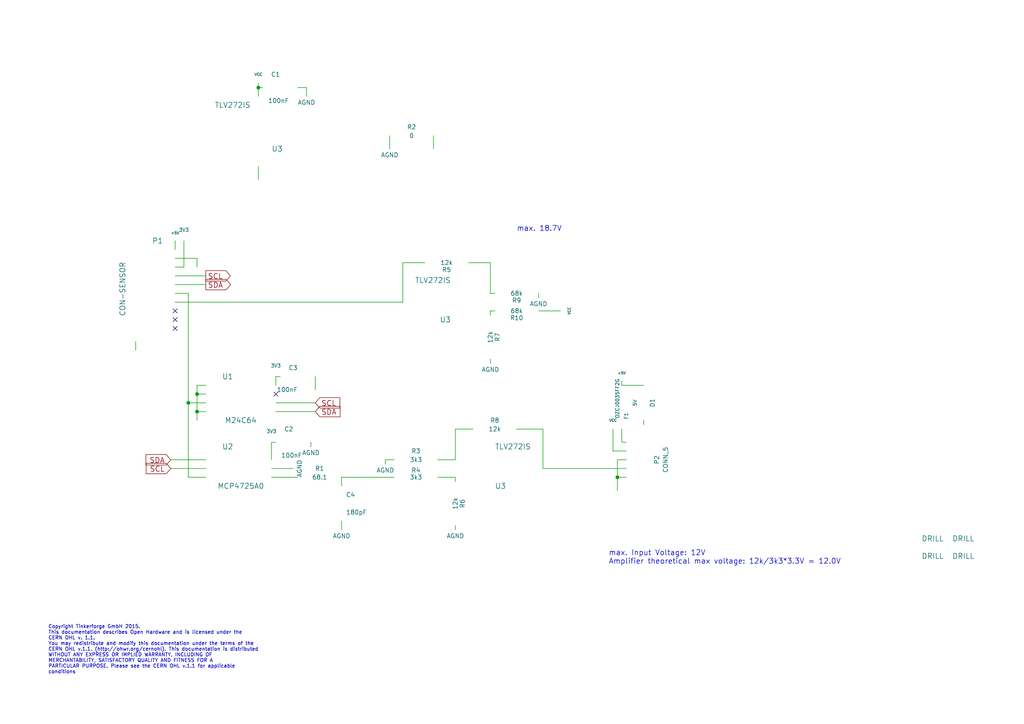
<source format=kicad_sch>
(kicad_sch (version 20230121) (generator eeschema)
  (paper "A4")
  (title_block (title "Analog Out Bricklet") (date "20 Feb 2015") (rev "2.0") (company "Tinkerforge GmbH") (comment 1 "Licensed under CERN OHL v.1.1") (comment 2 "Copyright (©) 2015, B.Nordmeyer <bastian@tinkerforge.com>"))
  (lib_symbols)
  (junction (at 57.15 119.38))
  (junction (at 54.61 116.84))
  (junction (at 57.15 114.3))
  (junction (at 179.07 138.43))
  (junction (at 74.93 25.4))
  (no_connect (at 50.8 95.25))
  (no_connect (at 50.8 90.17))
  (no_connect (at 50.8 92.71))
  (no_connect (at 80.01 114.3))
  (wire (pts (xy 99.06 140.97) (xy 99.06 138.43)))
  (wire (pts (xy 80.01 119.38) (xy 91.44 119.38)))
  (wire (pts (xy 135.89 76.2) (xy 142.24 76.2)))
  (wire (pts (xy 127 133.35) (xy 132.08 133.35)))
  (wire (pts (xy 179.07 138.43) (xy 179.07 142.24)))
  (wire (pts (xy 132.08 153.67) (xy 132.08 152.4)))
  (wire (pts (xy 142.24 90.17) (xy 142.24 91.44)))
  (wire (pts (xy 177.8 130.81) (xy 181.61 130.81)))
  (wire (pts (xy 54.61 138.43) (xy 59.69 138.43)))
  (wire (pts (xy 88.9 25.4) (xy 88.9 27.94)))
  (wire (pts (xy 156.21 90.17) (xy 162.56 90.17)))
  (wire (pts (xy 80.01 111.76) (xy 80.01 109.22)))
  (wire (pts (xy 50.8 85.09) (xy 54.61 85.09)))
  (wire (pts (xy 157.48 135.89) (xy 181.61 135.89)))
  (wire (pts (xy 181.61 138.43) (xy 179.07 138.43)))
  (wire (pts (xy 74.93 25.4) (xy 74.93 24.13)))
  (wire (pts (xy 86.36 25.4) (xy 88.9 25.4)))
  (wire (pts (xy 57.15 119.38) (xy 57.15 114.3)))
  (wire (pts (xy 39.37 101.6) (xy 39.37 99.06)))
  (wire (pts (xy 99.06 138.43) (xy 114.3 138.43)))
  (wire (pts (xy 123.19 76.2) (xy 116.84 76.2)))
  (wire (pts (xy 78.74 128.27) (xy 80.01 128.27)))
  (wire (pts (xy 111.76 133.35) (xy 111.76 134.62)))
  (wire (pts (xy 57.15 114.3) (xy 59.69 114.3)))
  (wire (pts (xy 142.24 105.41) (xy 142.24 104.14)))
  (wire (pts (xy 180.34 124.46) (xy 180.34 128.27)))
  (wire (pts (xy 116.84 87.63) (xy 50.8 87.63)))
  (wire (pts (xy 157.48 124.46) (xy 157.48 135.89)))
  (wire (pts (xy 78.74 138.43) (xy 86.36 138.43)))
  (wire (pts (xy 54.61 116.84) (xy 59.69 116.84)))
  (wire (pts (xy 59.69 133.35) (xy 49.53 133.35)))
  (wire (pts (xy 149.86 124.46) (xy 157.48 124.46)))
  (wire (pts (xy 125.73 43.18) (xy 125.73 39.37)))
  (wire (pts (xy 142.24 76.2) (xy 142.24 85.09)))
  (wire (pts (xy 50.8 72.39) (xy 50.8 69.85)))
  (wire (pts (xy 99.06 153.67) (xy 99.06 151.13)))
  (wire (pts (xy 91.44 113.03) (xy 91.44 109.22)))
  (wire (pts (xy 49.53 135.89) (xy 59.69 135.89)))
  (wire (pts (xy 180.34 128.27) (xy 181.61 128.27)))
  (wire (pts (xy 132.08 124.46) (xy 137.16 124.46)))
  (wire (pts (xy 57.15 74.93) (xy 57.15 77.47)))
  (wire (pts (xy 74.93 48.26) (xy 74.93 52.07)))
  (wire (pts (xy 78.74 128.27) (xy 78.74 133.35)))
  (wire (pts (xy 132.08 133.35) (xy 132.08 124.46)))
  (wire (pts (xy 142.24 85.09) (xy 143.51 85.09)))
  (wire (pts (xy 116.84 76.2) (xy 116.84 87.63)))
  (wire (pts (xy 80.01 109.22) (xy 81.28 109.22)))
  (wire (pts (xy 181.61 133.35) (xy 179.07 133.35)))
  (wire (pts (xy 78.74 135.89) (xy 85.09 135.89)))
  (wire (pts (xy 114.3 133.35) (xy 111.76 133.35)))
  (wire (pts (xy 57.15 74.93) (xy 50.8 74.93)))
  (wire (pts (xy 53.34 77.47) (xy 53.34 69.85)))
  (wire (pts (xy 50.8 82.55) (xy 59.69 82.55)))
  (wire (pts (xy 76.2 25.4) (xy 74.93 25.4)))
  (wire (pts (xy 142.24 90.17) (xy 143.51 90.17)))
  (wire (pts (xy 54.61 85.09) (xy 54.61 116.84)))
  (wire (pts (xy 180.34 111.76) (xy 180.34 110.49)))
  (wire (pts (xy 127 138.43) (xy 132.08 138.43)))
  (wire (pts (xy 50.8 80.01) (xy 59.69 80.01)))
  (wire (pts (xy 57.15 119.38) (xy 59.69 119.38)))
  (wire (pts (xy 57.15 114.3) (xy 57.15 111.76)))
  (wire (pts (xy 156.21 86.36) (xy 156.21 85.09)))
  (wire (pts (xy 113.03 43.18) (xy 113.03 39.37)))
  (wire (pts (xy 57.15 111.76) (xy 59.69 111.76)))
  (wire (pts (xy 80.01 116.84) (xy 91.44 116.84)))
  (wire (pts (xy 54.61 116.84) (xy 54.61 138.43)))
  (wire (pts (xy 132.08 138.43) (xy 132.08 139.7)))
  (wire (pts (xy 74.93 27.94) (xy 74.93 25.4)))
  (wire (pts (xy 50.8 77.47) (xy 53.34 77.47)))
  (wire (pts (xy 179.07 133.35) (xy 179.07 138.43)))
  (wire (pts (xy 186.69 123.19) (xy 186.69 121.92)))
  (wire (pts (xy 90.17 128.27) (xy 90.17 129.54)))
  (wire (pts (xy 180.34 111.76) (xy 186.69 111.76)))
  (wire (pts (xy 177.8 124.46) (xy 177.8 130.81)))
  (wire (pts (xy 57.15 121.92) (xy 57.15 119.38)))
  (text "max. Input Voltage: 12V\nAmplifier theoretical max voltage: 12k/3k3*3.3V = 12.0V" (at 176.53 163.83 0) (effects (font (size 1.524 1.524)) (justify left bottom)))
  (text "Copyright Tinkerforge GmbH 2015.\nThis documentation describes Open Hardware and is licensed under the\nCERN OHL v. 1.1.\nYou may redistribute and modify this documentation under the terms of the\nCERN OHL v.1.1. (http://ohwr.org/cernohl). This documentation is distributed\nWITHOUT ANY EXPRESS OR IMPLIED WARRANTY, INCLUDING OF\nMERCHANTABILITY, SATISFACTORY QUALITY AND FITNESS FOR A\nPARTICULAR PURPOSE. Please see the CERN OHL v.1.1 for applicable\nconditions\n" (at 13.97 195.58 0) (effects (font (size 1.016 1.016)) (justify left bottom)))
  (text "max. 18.7V" (at 149.86 67.31 0) (effects (font (size 1.524 1.524)) (justify left bottom)))
  (global_label "SCL" (shape output) (at 59.69 80.01 0) (effects (font (size 1.524 1.524))) (property "Intersheetrefs" "${INTERSHEET_REFS}" (effects hide)))
  (global_label "SDA" (shape input) (at 91.44 119.38 0) (effects (font (size 1.524 1.524))) (property "Intersheetrefs" "${INTERSHEET_REFS}" (effects hide)))
  (global_label "SCL" (shape input) (at 49.53 135.89 180) (effects (font (size 1.524 1.524))) (property "Intersheetrefs" "${INTERSHEET_REFS}" (effects hide)))
  (global_label "SDA" (shape input) (at 49.53 133.35 180) (effects (font (size 1.524 1.524))) (property "Intersheetrefs" "${INTERSHEET_REFS}" (effects hide)))
  (global_label "SDA" (shape output) (at 59.69 82.55 0) (effects (font (size 1.524 1.524))) (property "Intersheetrefs" "${INTERSHEET_REFS}" (effects hide)))
  (global_label "SCL" (shape input) (at 91.44 116.84 0) (effects (font (size 1.524 1.524))) (property "Intersheetrefs" "${INTERSHEET_REFS}" (effects hide)))
  (symbol (lib_id "CON-SENSOR") (at 39.37 83.82 0) (mirror y) (unit 1)
    (property "Reference" "P1" (at 45.72 69.85 0) (effects (font (size 1.524 1.524))))
    (property "Value" "CON-SENSOR" (at 35.56 83.82 90) (effects (font (size 1.524 1.524))))
    (property "Footprint" "kicad-libraries:CON-SENSOR" (effects hide))
  )
  (symbol (lib_id "GND") (at 39.37 101.6 0) (unit 1)
    (property "Reference" "#PWR07" (effects hide))
    (property "Value" "GND" (effects hide))
  )
  (symbol (lib_id "GND") (at 57.15 77.47 0) (unit 1)
    (property "Reference" "#PWR06" (effects hide))
    (property "Value" "GND" (effects hide))
  )
  (symbol (lib_id "VCC") (at 162.56 90.17 270) (unit 1)
    (property "Reference" "#PWR020" (effects hide))
    (property "Value" "VCC" (at 165.1 90.17 0) (effects (font (size 0.762 0.762))))
  )
  (symbol (lib_id "CAT24C") (at 69.85 121.92 0) (unit 1)
    (property "Reference" "U1" (at 66.04 109.22 0) (effects (font (size 1.524 1.524))))
    (property "Value" "M24C64" (at 69.85 121.92 0) (effects (font (size 1.524 1.524))))
    (property "Footprint" "kicad-libraries:SOIC8" (effects hide))
  )
  (symbol (lib_id "GND") (at 57.15 121.92 0) (unit 1)
    (property "Reference" "#PWR05" (effects hide))
    (property "Value" "GND" (effects hide))
  )
  (symbol (lib_id "VCC") (at 74.93 24.13 0) (unit 1)
    (property "Reference" "#PWR04" (effects hide))
    (property "Value" "VCC" (at 74.93 21.59 0) (effects (font (size 0.762 0.762))))
  )
  (symbol (lib_id "C") (at 86.36 109.22 90) (unit 1)
    (property "Reference" "C3" (at 86.36 106.68 90) (effects (justify left)))
    (property "Value" "100nF" (at 86.36 113.03 90) (effects (justify left)))
    (property "Footprint" "kicad-libraries:C0603" (effects hide))
  )
  (symbol (lib_id "DRILL") (at 279.4 156.21 0) (unit 1)
    (property "Reference" "U6" (effects hide))
    (property "Value" "DRILL" (at 279.4 156.21 0) (effects (font (size 1.524 1.524))))
    (property "Footprint" "kicad-libraries:DRILL_NP" (effects hide))
  )
  (symbol (lib_id "DRILL") (at 279.4 161.29 0) (unit 1)
    (property "Reference" "U7" (effects hide))
    (property "Value" "DRILL" (at 279.4 161.29 0) (effects (font (size 1.524 1.524))))
    (property "Footprint" "kicad-libraries:DRILL_NP" (effects hide))
  )
  (symbol (lib_id "DRILL") (at 270.51 161.29 0) (unit 1)
    (property "Reference" "U5" (effects hide))
    (property "Value" "DRILL" (at 270.51 161.29 0) (effects (font (size 1.524 1.524))))
    (property "Footprint" "kicad-libraries:DRILL_NP" (effects hide))
  )
  (symbol (lib_id "DRILL") (at 270.51 156.21 0) (unit 1)
    (property "Reference" "U4" (effects hide))
    (property "Value" "DRILL" (at 270.51 156.21 0) (effects (font (size 1.524 1.524))))
    (property "Footprint" "kicad-libraries:DRILL_NP" (effects hide))
  )
  (symbol (lib_id "GND") (at 91.44 113.03 0) (unit 1)
    (property "Reference" "#PWR03" (effects hide))
    (property "Value" "GND" (effects hide))
  )
  (symbol (lib_id "VCC") (at 177.8 124.46 0) (mirror y) (unit 1)
    (property "Reference" "#PWR02" (effects hide))
    (property "Value" "VCC" (at 177.8 121.92 0) (effects (font (size 0.762 0.762))))
  )
  (symbol (lib_id "+5V") (at 50.8 69.85 0) (unit 1)
    (property "Reference" "#PWR01" (effects hide))
    (property "Value" "+5V" (at 50.8 67.564 0) (effects (font (size 0.762 0.762))))
  )
  (symbol (lib_id "MCP4725") (at 69.85 135.89 0) (unit 1)
    (property "Reference" "U2" (at 66.04 129.54 0) (effects (font (size 1.524 1.524))))
    (property "Value" "MCP4725A0" (at 69.85 140.97 0) (effects (font (size 1.524 1.524))))
    (property "Footprint" "kicad-libraries:SOT23-6" (effects hide))
  )
  (symbol (lib_id "C") (at 85.09 128.27 90) (unit 1)
    (property "Reference" "C2" (at 85.09 124.46 90) (effects (justify left)))
    (property "Value" "100nF" (at 87.63 132.08 90) (effects (justify left)))
    (property "Footprint" "kicad-libraries:C0603" (effects hide))
  )
  (symbol (lib_id "R") (at 149.86 90.17 270) (unit 1)
    (property "Reference" "R10" (at 149.86 92.202 90))
    (property "Value" "68k" (at 149.86 90.17 90))
    (property "Footprint" "kicad-libraries:R0603" (effects hide))
  )
  (symbol (lib_id "R") (at 142.24 97.79 0) (unit 1)
    (property "Reference" "R7" (at 144.272 97.79 90))
    (property "Value" "12k" (at 142.24 97.79 90))
    (property "Footprint" "kicad-libraries:R0603" (effects hide))
  )
  (symbol (lib_id "3V3") (at 53.34 69.85 0) (unit 1)
    (property "Reference" "#PWR08" (effects hide))
    (property "Value" "3V3" (at 53.34 66.675 0) (effects (font (size 1.016 1.016))))
  )
  (symbol (lib_id "3V3") (at 80.01 109.22 0) (unit 1)
    (property "Reference" "#PWR09" (effects hide))
    (property "Value" "3V3" (at 80.01 106.045 0) (effects (font (size 1.016 1.016))))
  )
  (symbol (lib_id "3V3") (at 78.74 128.27 0) (unit 1)
    (property "Reference" "#PWR010" (effects hide))
    (property "Value" "3V3" (at 78.74 125.095 0) (effects (font (size 1.016 1.016))))
  )
  (symbol (lib_id "LM358") (at 144.78 135.89 0) (mirror x) (unit 1)
    (property "Reference" "U3" (at 143.51 140.97 0) (effects (font (size 1.524 1.524)) (justify left)))
    (property "Value" "TLV272IS" (at 143.51 129.54 0) (effects (font (size 1.524 1.524)) (justify left)))
    (property "Footprint" "kicad-libraries:SOIC8" (effects hide))
  )
  (symbol (lib_id "LM358") (at 129.54 87.63 180) (unit 2)
    (property "Reference" "U3" (at 130.81 92.71 0) (effects (font (size 1.524 1.524)) (justify left)))
    (property "Value" "TLV272IS" (at 130.81 81.28 0) (effects (font (size 1.524 1.524)) (justify left)))
    (property "Footprint" "kicad-libraries:SOIC8" (effects hide))
  )
  (symbol (lib_id "R") (at 120.65 138.43 90) (unit 1)
    (property "Reference" "R4" (at 120.65 136.398 90))
    (property "Value" "3k3" (at 120.65 138.43 90))
    (property "Footprint" "kicad-libraries:R0603" (effects hide))
  )
  (symbol (lib_id "R") (at 132.08 146.05 0) (unit 1)
    (property "Reference" "R6" (at 134.112 146.05 90))
    (property "Value" "12k" (at 132.08 146.05 90))
    (property "Footprint" "kicad-libraries:R0603" (effects hide))
  )
  (symbol (lib_id "R") (at 120.65 133.35 270) (unit 1)
    (property "Reference" "R3" (at 120.65 130.81 90))
    (property "Value" "3k3" (at 120.65 133.35 90))
    (property "Footprint" "kicad-libraries:R0603" (effects hide))
  )
  (symbol (lib_id "R") (at 143.51 124.46 270) (unit 1)
    (property "Reference" "R8" (at 143.51 121.92 90))
    (property "Value" "12k" (at 143.51 124.46 90))
    (property "Footprint" "kicad-libraries:R0603" (effects hide))
  )
  (symbol (lib_id "R") (at 92.71 138.43 270) (unit 1)
    (property "Reference" "R1" (at 92.71 135.89 90))
    (property "Value" "68.1" (at 92.71 138.43 90))
    (property "Footprint" "kicad-libraries:R0603" (effects hide))
  )
  (symbol (lib_id "C") (at 99.06 146.05 0) (unit 1)
    (property "Reference" "C4" (at 100.33 143.51 0) (effects (justify left)))
    (property "Value" "180pF" (at 100.33 148.59 0) (effects (justify left)))
    (property "Footprint" "kicad-libraries:C0603" (effects hide))
  )
  (symbol (lib_id "AGND") (at 74.93 52.07 0) (unit 1)
    (property "Reference" "#PWR011" (effects hide))
    (property "Value" "AGND" (at 74.93 53.848 0))
  )
  (symbol (lib_id "AGND") (at 88.9 27.94 0) (unit 1)
    (property "Reference" "#PWR012" (effects hide))
    (property "Value" "AGND" (at 88.9 29.718 0))
  )
  (symbol (lib_id "+5V") (at 180.34 110.49 0) (unit 1)
    (property "Reference" "#PWR013" (effects hide))
    (property "Value" "+5V" (at 180.34 108.204 0) (effects (font (size 0.762 0.762))))
  )
  (symbol (lib_id "AGND") (at 179.07 142.24 0) (unit 1)
    (property "Reference" "#PWR014" (effects hide))
    (property "Value" "AGND" (at 179.07 144.018 0))
  )
  (symbol (lib_id "AGND") (at 132.08 153.67 0) (unit 1)
    (property "Reference" "#PWR015" (effects hide))
    (property "Value" "AGND" (at 132.08 155.448 0))
  )
  (symbol (lib_id "AGND") (at 99.06 153.67 0) (unit 1)
    (property "Reference" "#PWR016" (effects hide))
    (property "Value" "AGND" (at 99.06 155.448 0))
  )
  (symbol (lib_id "AGND") (at 85.09 135.89 90) (unit 1)
    (property "Reference" "#PWR017" (effects hide))
    (property "Value" "AGND" (at 86.868 135.89 0))
  )
  (symbol (lib_id "AGND") (at 111.76 134.62 0) (unit 1)
    (property "Reference" "#PWR021" (effects hide))
    (property "Value" "AGND" (at 111.76 136.398 0))
  )
  (symbol (lib_id "AGND") (at 113.03 43.18 0) (unit 1)
    (property "Reference" "#PWR018" (effects hide))
    (property "Value" "AGND" (at 113.03 44.958 0))
  )
  (symbol (lib_id "GND") (at 125.73 43.18 0) (unit 1)
    (property "Reference" "#PWR019" (effects hide))
    (property "Value" "GND" (effects hide))
  )
  (symbol (lib_id "R") (at 119.38 39.37 270) (unit 1)
    (property "Reference" "R2" (at 119.38 36.83 90))
    (property "Value" "0" (at 119.38 39.37 90))
    (property "Footprint" "kicad-libraries:R0603" (effects hide))
  )
  (symbol (lib_id "C") (at 81.28 25.4 90) (unit 1)
    (property "Reference" "C1" (at 81.28 21.59 90) (effects (justify left)))
    (property "Value" "100nF" (at 83.82 29.21 90) (effects (justify left)))
    (property "Footprint" "kicad-libraries:C0603" (effects hide))
  )
  (symbol (lib_id "CONN_5") (at 191.77 133.35 0) (mirror x) (unit 1)
    (property "Reference" "P2" (at 190.5 133.35 90))
    (property "Value" "CONN_5" (at 193.04 133.35 90))
    (property "Footprint" "kicad-libraries:AKL_5_5" (effects hide))
  )
  (symbol (lib_id "FUSE") (at 180.34 118.11 270) (unit 1)
    (property "Reference" "F1" (at 181.61 120.65 0) (effects (font (size 1.016 1.016))))
    (property "Value" "OZCJ0035FF2G" (at 179.07 115.57 0) (effects (font (size 1.016 1.016))))
    (property "Footprint" "kicad-libraries:F1206" (effects hide))
  )
  (symbol (lib_id "ZENER") (at 186.69 116.84 270) (unit 1)
    (property "Reference" "D1" (at 189.23 116.84 0))
    (property "Value" "5V" (at 184.15 116.84 0) (effects (font (size 1.016 1.016))))
    (property "Footprint" "kicad-libraries:MiniMelf" (effects hide))
  )
  (symbol (lib_id "GND") (at 186.69 123.19 0) (unit 1)
    (property "Reference" "#PWR022" (effects hide))
    (property "Value" "GND" (effects hide))
  )
  (symbol (lib_id "AGND") (at 142.24 105.41 0) (unit 1)
    (property "Reference" "#PWR023" (effects hide))
    (property "Value" "AGND" (at 142.24 107.188 0))
  )
  (symbol (lib_id "R") (at 149.86 85.09 270) (unit 1)
    (property "Reference" "R9" (at 149.86 87.122 90))
    (property "Value" "68k" (at 149.86 85.09 90))
    (property "Footprint" "kicad-libraries:R0603" (effects hide))
  )
  (symbol (lib_id "R") (at 129.54 76.2 270) (unit 1)
    (property "Reference" "R5" (at 129.54 78.232 90))
    (property "Value" "12k" (at 129.54 76.2 90))
    (property "Footprint" "kicad-libraries:R0603" (effects hide))
  )
  (symbol (lib_id "AGND") (at 156.21 86.36 0) (unit 1)
    (property "Reference" "#PWR024" (effects hide))
    (property "Value" "AGND" (at 156.21 88.138 0))
  )
  (symbol (lib_id "AGND") (at 90.17 129.54 0) (unit 1)
    (property "Reference" "#PWR025" (effects hide))
    (property "Value" "AGND" (at 90.17 131.318 0))
  )
  (symbol (lib_id "LM358") (at 74.93 38.1 0) (unit 3)
    (property "Reference" "U3" (at 78.74 43.18 0) (effects (font (size 1.524 1.524)) (justify left)))
    (property "Value" "TLV272IS" (at 62.23 30.48 0) (effects (font (size 1.524 1.524)) (justify left)))
    (property "Footprint" "kicad-libraries:SOIC8" (effects hide))
  )
)
</source>
